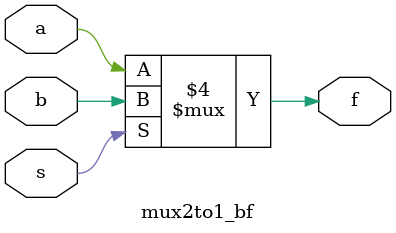
<source format=v>
module mux2to1_gate(a,b,s,f);
	input a,b,s;
	output f;
	wire c,d,e;
	
	not n1(e,s);
	and a1(c,a,e);
	and a2(d,b,s);
	or o1(f,c,d);
endmodule


//data flow
module mux2to1_df(a,b,s,f);
	input a,b,s;
	output f;
	assign f = s ? a : b;
endmodule

//beh
module mux2to1_bf(a,b,s,f);
	input a,b,s;
	output f;
	reg f;
	always@(s or a or b)
		if(s==0) f = a;
		else f = b;
endmodule

/*
module testbench;
	reg a, b, s;
	wire f;
	mux2to1_bf mux_gate (a,b,s,f);
	initial
		begin
			$dumpfile("mux.vcd");
			$dumpvars;
			$monitor(,$time, " a=%b, b=%b, s=%b, f=%b", a, b, s, f);
			#0 a= 1'b0;b=1'b1;
			#2 s=1'b1;
			#5 s=1'b0;
			#10 a=1'b1; b=1'b0;
			#15 s=1'b1;
			#20 s=1'b0;
			#100 $finish;
		end
endmodule
*/
</source>
